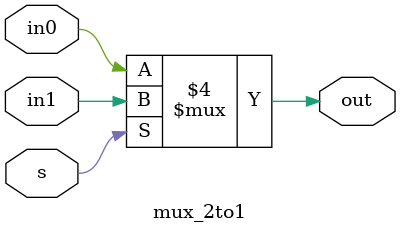
<source format=v>
module mux_2to1 (
    input wire s,
    input wire in0,
    input wire in1,
    output wire out
);

always @(*) begin
    if (s == 0) begin
        out <= in0;
    end else begin
        out <= in1;
    end
end

endmodule
</source>
